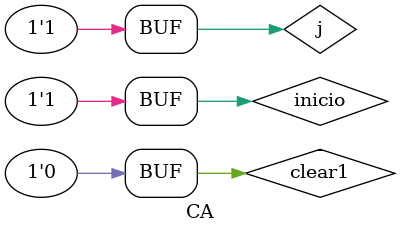
<source format=v>




module jkff ( output q, output qnot, input j, input k, input clk , input clear);
reg q, qnot;
always @( posedge clk )
	begin
	if (  clear == 1 )
		begin
		q <= 0; qnot <= 0;
				end
		else
			if ( j & ~k )
				begin
				q <= 1; qnot <= 0;
				end
			else
				if ( ~j & k )
					begin
					q <= 0; qnot <= 1;
					end
				else
					if ( j & k )
						begin
						q <= ~q; qnot <= ~qnot;
						end
				
end
endmodule // jkff

module and0 ( output s,
input m,
input n,
input o,
input p,
input q,
input r);
assign s = (m & n & o & p & q & r);
endmodule // and0

module and1 ( output s,
input t,
input u);
assign s = (t & u);
endmodule // and0

module CA;
reg j;
reg inicio;
reg clear0;
reg clear1;
wire q1A; wire q2A;
wire q1B; wire q2B;
wire q1C; wire q2C;
wire q1D; wire q2D;
wire q1E; wire q2E;
wire q1F; wire q2F;
wire aux; 

jkff F (q1F, q2F, j, j, inicio, clear0);
jkff E (q1E, q2E, j, j, q1F, clear0);
jkff D (q1D, q2D, j, j, q1E, clear0);
jkff C (q1C, q2C, j, j, q1D, clear0);
jkff B (q1B, q2B, j, j, q1C, clear0);
jkff A (q1A, q2A, j, j, q1B, clear0);

and0 X (aux, q1A, q1B, q1C, q1D, q1E, q1F);
and1 Y (clear, X, clear1);

initial begin
	j = 1;
	clear1 = 1;
	inicio =0;

end


initial begin
	$display("Ailton Gomes - 440092");
	$display("Contador assincrono decrescente");
	$monitor("%b %b %b %b %b %b", q1F,q1E,q1D,q1C,q1B,q2A);

#1
   clear1 = 0;
#1
   inicio=1; 
#1
	inicio=0;
#1
   inicio=1;
#1	
   inicio=0;	
#1	
   inicio=1;
#1	
	inicio=0;
#1	
	inicio=1;

end

endmodule // AC
</source>
